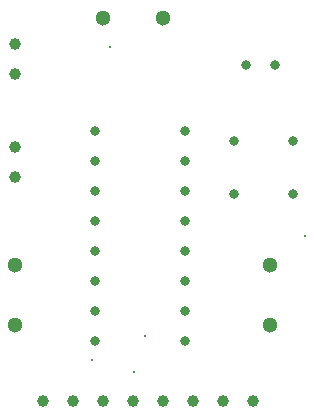
<source format=gbr>
%TF.GenerationSoftware,KiCad,Pcbnew,9.0.4*%
%TF.CreationDate,2025-11-08T17:35:58+05:30*%
%TF.ProjectId,MOTOR_DRIVER,4d4f544f-525f-4445-9249-5645522e6b69,rev?*%
%TF.SameCoordinates,Original*%
%TF.FileFunction,Plated,1,2,PTH,Drill*%
%TF.FilePolarity,Positive*%
%FSLAX46Y46*%
G04 Gerber Fmt 4.6, Leading zero omitted, Abs format (unit mm)*
G04 Created by KiCad (PCBNEW 9.0.4) date 2025-11-08 17:35:58*
%MOMM*%
%LPD*%
G01*
G04 APERTURE LIST*
%TA.AperFunction,ViaDrill*%
%ADD10C,0.300000*%
%TD*%
%TA.AperFunction,ComponentDrill*%
%ADD11C,0.800000*%
%TD*%
%TA.AperFunction,ComponentDrill*%
%ADD12C,1.000000*%
%TD*%
%TA.AperFunction,ComponentDrill*%
%ADD13C,1.300000*%
%TD*%
G04 APERTURE END LIST*
D10*
X153000000Y-108000000D03*
X154500000Y-81500000D03*
X156500000Y-109000000D03*
X157500000Y-106000000D03*
X171000000Y-97500000D03*
D11*
%TO.C,U1*%
X153195000Y-88610000D03*
X153195000Y-91150000D03*
X153195000Y-93690000D03*
X153195000Y-96230000D03*
X153195000Y-98770000D03*
X153195000Y-101310000D03*
X153195000Y-103850000D03*
X153195000Y-106390000D03*
X160815000Y-88610000D03*
X160815000Y-91150000D03*
X160815000Y-93690000D03*
X160815000Y-96230000D03*
X160815000Y-98770000D03*
X160815000Y-101310000D03*
X160815000Y-103850000D03*
X160815000Y-106390000D03*
%TO.C,C1*%
X165000000Y-89500000D03*
%TO.C,C3*%
X165000000Y-94000000D03*
%TO.C,C2*%
X166000000Y-83000000D03*
X168500000Y-83000000D03*
%TO.C,C1*%
X170000000Y-89500000D03*
%TO.C,C3*%
X170000000Y-94000000D03*
D12*
%TO.C,J4*%
X146500000Y-81225000D03*
X146500000Y-83765000D03*
%TO.C,J3*%
X146500000Y-90000000D03*
X146500000Y-92540000D03*
%TO.C,J1*%
X148840000Y-111500000D03*
X151380000Y-111500000D03*
X153920000Y-111500000D03*
X156460000Y-111500000D03*
X159000000Y-111500000D03*
X161540000Y-111500000D03*
X164080000Y-111500000D03*
X166620000Y-111500000D03*
D13*
%TO.C,J5*%
X146475000Y-99972500D03*
X146475000Y-105052500D03*
%TO.C,J2*%
X153947500Y-79050000D03*
X159027500Y-79050000D03*
%TO.C,J6*%
X168025000Y-99947500D03*
X168025000Y-105027500D03*
M02*

</source>
